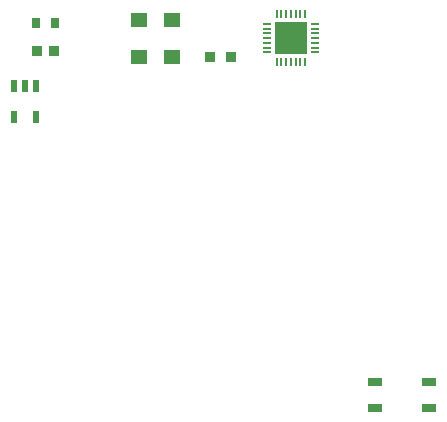
<source format=gtp>
G04*
G04 #@! TF.GenerationSoftware,Altium Limited,Altium Designer,21.2.1 (34)*
G04*
G04 Layer_Color=8421504*
%FSLAX25Y25*%
%MOIN*%
G70*
G04*
G04 #@! TF.SameCoordinates,2553E21A-E740-48D2-A68A-D9BBB884D7A6*
G04*
G04*
G04 #@! TF.FilePolarity,Positive*
G04*
G01*
G75*
%ADD17O,0.00860X0.02800*%
%ADD18O,0.02800X0.00860*%
%ADD19R,0.10630X0.10630*%
%ADD20R,0.05512X0.05118*%
%ADD21R,0.03150X0.03347*%
%ADD22R,0.03800X0.03500*%
%ADD23R,0.02165X0.03937*%
%ADD24R,0.03180X0.03400*%
%ADD25R,0.05000X0.02756*%
G36*
X338059Y321961D02*
Y323041D01*
X336979Y324201D01*
X334999D01*
X334749Y323951D01*
Y321051D01*
X334999Y320801D01*
X336979D01*
X338059Y321961D01*
D01*
D02*
G37*
G36*
X340539D02*
Y323041D01*
X341619Y324201D01*
X343599D01*
X343849Y323951D01*
Y321051D01*
X343599Y320801D01*
X341619D01*
X340539Y321961D01*
D01*
D02*
G37*
D17*
X425820Y334610D02*
D03*
X425820Y318790D02*
D03*
X424250D02*
D03*
Y334610D02*
D03*
X422670Y318790D02*
D03*
Y334610D02*
D03*
X421100Y318790D02*
D03*
X421100Y334610D02*
D03*
X419520Y318790D02*
D03*
Y334610D02*
D03*
X417950Y318790D02*
D03*
Y334610D02*
D03*
X416380Y318790D02*
D03*
Y334610D02*
D03*
D18*
X429010Y321980D02*
D03*
Y323550D02*
D03*
Y325130D02*
D03*
Y326700D02*
D03*
Y328280D02*
D03*
Y329850D02*
D03*
Y331420D02*
D03*
X413190D02*
D03*
X413190Y329850D02*
D03*
X413190Y328280D02*
D03*
Y326700D02*
D03*
Y325130D02*
D03*
X413190Y323550D02*
D03*
X413190Y321980D02*
D03*
D19*
X421100Y326700D02*
D03*
D20*
X370488Y320500D02*
D03*
X381512D02*
D03*
X370488Y332702D02*
D03*
X381512D02*
D03*
D21*
X336025Y331672D02*
D03*
X342573D02*
D03*
D22*
X401000Y320500D02*
D03*
X394100D02*
D03*
D23*
X336240Y310618D02*
D03*
X332500D02*
D03*
X328760D02*
D03*
Y300382D02*
D03*
X336240D02*
D03*
D24*
X336329Y322501D02*
D03*
X342269D02*
D03*
D25*
X449283Y203500D02*
D03*
X467000Y203500D02*
D03*
X467000Y211965D02*
D03*
X449284Y211965D02*
D03*
M02*

</source>
